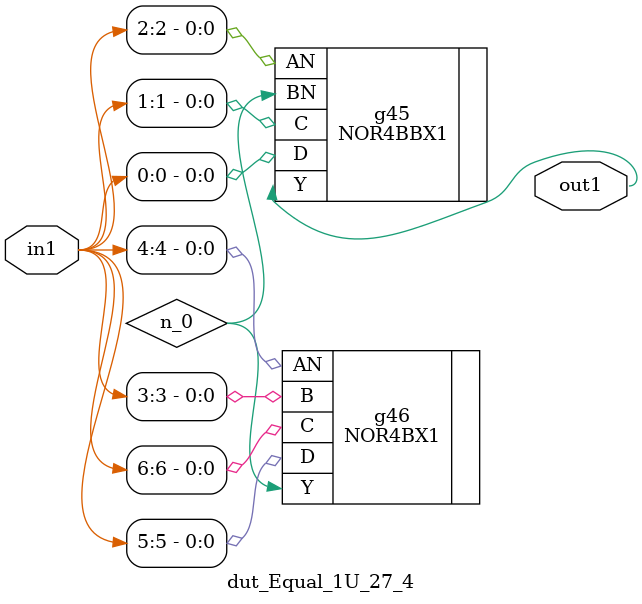
<source format=v>
`timescale 1ps / 1ps


module dut_Equal_1U_27_4(in1, out1);
  input [6:0] in1;
  output out1;
  wire [6:0] in1;
  wire out1;
  wire n_0;
  NOR4BBX1 g45(.AN (in1[2]), .BN (n_0), .C (in1[1]), .D (in1[0]), .Y
       (out1));
  NOR4BX1 g46(.AN (in1[4]), .B (in1[3]), .C (in1[6]), .D (in1[5]), .Y
       (n_0));
endmodule



</source>
